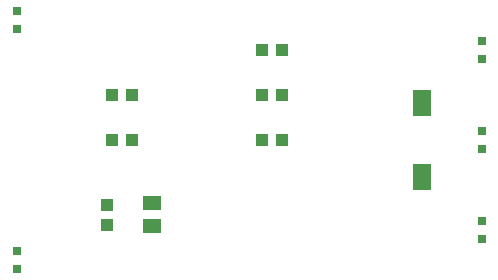
<source format=gtp>
G75*
G70*
%OFA0B0*%
%FSLAX24Y24*%
%IPPOS*%
%LPD*%
%AMOC8*
5,1,8,0,0,1.08239X$1,22.5*
%
%ADD10R,0.0394X0.0433*%
%ADD11R,0.0315X0.0315*%
%ADD12R,0.0630X0.0906*%
%ADD13R,0.0591X0.0512*%
D10*
X007600Y005582D03*
X007600Y006251D03*
X007765Y008417D03*
X008435Y008417D03*
X008435Y009917D03*
X007765Y009917D03*
X012765Y009917D03*
X013435Y009917D03*
X013435Y011417D03*
X012765Y011417D03*
X012765Y008417D03*
X013435Y008417D03*
D11*
X004600Y004121D03*
X004600Y004712D03*
X004600Y012121D03*
X004600Y012712D03*
X020100Y011712D03*
X020100Y011121D03*
X020100Y008712D03*
X020100Y008121D03*
X020100Y005712D03*
X020100Y005121D03*
D12*
X018100Y007177D03*
X018100Y009657D03*
D13*
X009100Y006291D03*
X009100Y005543D03*
M02*

</source>
